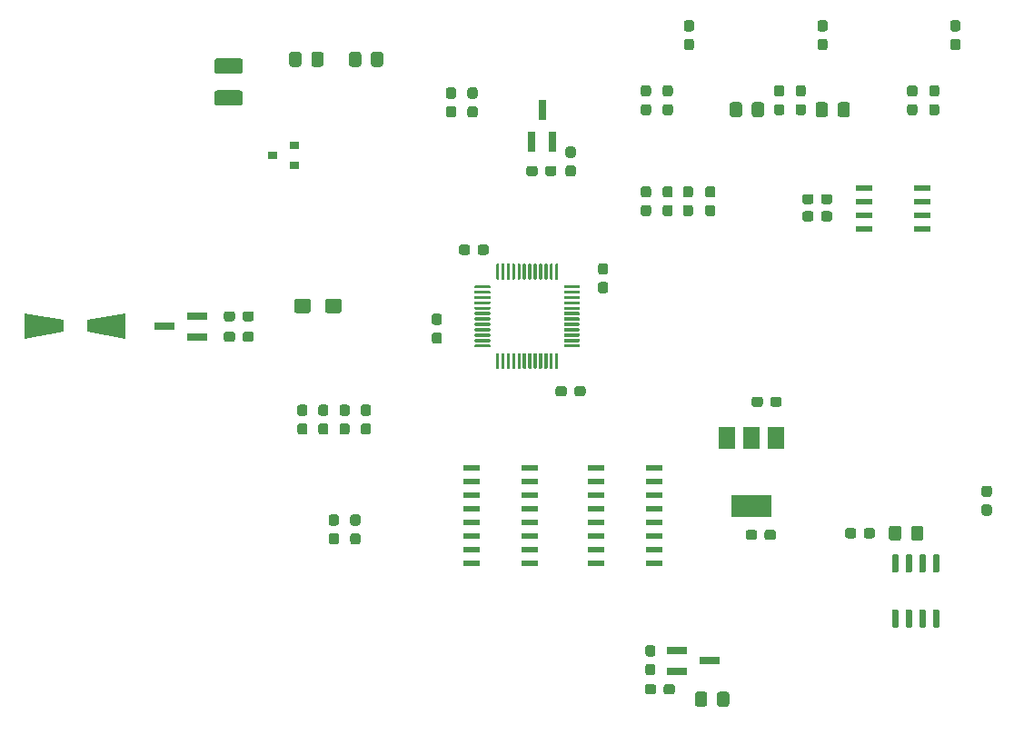
<source format=gbr>
%TF.GenerationSoftware,KiCad,Pcbnew,5.1.10*%
%TF.CreationDate,2021-08-09T17:29:30+03:00*%
%TF.ProjectId,stm32,73746d33-322e-46b6-9963-61645f706362,rev?*%
%TF.SameCoordinates,Original*%
%TF.FileFunction,Paste,Top*%
%TF.FilePolarity,Positive*%
%FSLAX46Y46*%
G04 Gerber Fmt 4.6, Leading zero omitted, Abs format (unit mm)*
G04 Created by KiCad (PCBNEW 5.1.10) date 2021-08-09 17:29:30*
%MOMM*%
%LPD*%
G01*
G04 APERTURE LIST*
%ADD10R,1.500000X0.600000*%
%ADD11C,0.100000*%
%ADD12R,1.550000X0.600000*%
%ADD13R,0.900000X0.800000*%
%ADD14R,1.900000X0.800000*%
%ADD15R,0.800000X1.900000*%
%ADD16R,3.800000X2.000000*%
%ADD17R,1.500000X2.000000*%
G04 APERTURE END LIST*
D10*
%TO.C,U5*%
X121361200Y-111937800D03*
X121361200Y-113207800D03*
X121361200Y-114477800D03*
X121361200Y-115747800D03*
X121361200Y-117017800D03*
X121361200Y-118287800D03*
X121361200Y-119557800D03*
X121361200Y-120827800D03*
X115961200Y-120827800D03*
X115961200Y-119557800D03*
X115961200Y-118287800D03*
X115961200Y-117017800D03*
X115961200Y-115747800D03*
X115961200Y-114477800D03*
X115961200Y-113207800D03*
X115961200Y-111937800D03*
%TD*%
%TO.C,C1*%
G36*
G01*
X94947000Y-74287801D02*
X94947000Y-73387799D01*
G75*
G02*
X95196999Y-73137800I249999J0D01*
G01*
X95847001Y-73137800D01*
G75*
G02*
X96097000Y-73387799I0J-249999D01*
G01*
X96097000Y-74287801D01*
G75*
G02*
X95847001Y-74537800I-249999J0D01*
G01*
X95196999Y-74537800D01*
G75*
G02*
X94947000Y-74287801I0J249999D01*
G01*
G37*
G36*
G01*
X92897000Y-74287801D02*
X92897000Y-73387799D01*
G75*
G02*
X93146999Y-73137800I249999J0D01*
G01*
X93797001Y-73137800D01*
G75*
G02*
X94047000Y-73387799I0J-249999D01*
G01*
X94047000Y-74287801D01*
G75*
G02*
X93797001Y-74537800I-249999J0D01*
G01*
X93146999Y-74537800D01*
G75*
G02*
X92897000Y-74287801I0J249999D01*
G01*
G37*
%TD*%
%TO.C,C5*%
G36*
G01*
X105935000Y-91354900D02*
X105935000Y-91829900D01*
G75*
G02*
X105697500Y-92067400I-237500J0D01*
G01*
X105122500Y-92067400D01*
G75*
G02*
X104885000Y-91829900I0J237500D01*
G01*
X104885000Y-91354900D01*
G75*
G02*
X105122500Y-91117400I237500J0D01*
G01*
X105697500Y-91117400D01*
G75*
G02*
X105935000Y-91354900I0J-237500D01*
G01*
G37*
G36*
G01*
X104185000Y-91354900D02*
X104185000Y-91829900D01*
G75*
G02*
X103947500Y-92067400I-237500J0D01*
G01*
X103372500Y-92067400D01*
G75*
G02*
X103135000Y-91829900I0J237500D01*
G01*
X103135000Y-91354900D01*
G75*
G02*
X103372500Y-91117400I237500J0D01*
G01*
X103947500Y-91117400D01*
G75*
G02*
X104185000Y-91354900I0J-237500D01*
G01*
G37*
%TD*%
%TO.C,C6*%
G36*
G01*
X116823500Y-93898000D02*
X116348500Y-93898000D01*
G75*
G02*
X116111000Y-93660500I0J237500D01*
G01*
X116111000Y-93085500D01*
G75*
G02*
X116348500Y-92848000I237500J0D01*
G01*
X116823500Y-92848000D01*
G75*
G02*
X117061000Y-93085500I0J-237500D01*
G01*
X117061000Y-93660500D01*
G75*
G02*
X116823500Y-93898000I-237500J0D01*
G01*
G37*
G36*
G01*
X116823500Y-95648000D02*
X116348500Y-95648000D01*
G75*
G02*
X116111000Y-95410500I0J237500D01*
G01*
X116111000Y-94835500D01*
G75*
G02*
X116348500Y-94598000I237500J0D01*
G01*
X116823500Y-94598000D01*
G75*
G02*
X117061000Y-94835500I0J-237500D01*
G01*
X117061000Y-95410500D01*
G75*
G02*
X116823500Y-95648000I-237500J0D01*
G01*
G37*
%TD*%
%TO.C,C7*%
G36*
G01*
X112152000Y-105012500D02*
X112152000Y-104537500D01*
G75*
G02*
X112389500Y-104300000I237500J0D01*
G01*
X112964500Y-104300000D01*
G75*
G02*
X113202000Y-104537500I0J-237500D01*
G01*
X113202000Y-105012500D01*
G75*
G02*
X112964500Y-105250000I-237500J0D01*
G01*
X112389500Y-105250000D01*
G75*
G02*
X112152000Y-105012500I0J237500D01*
G01*
G37*
G36*
G01*
X113902000Y-105012500D02*
X113902000Y-104537500D01*
G75*
G02*
X114139500Y-104300000I237500J0D01*
G01*
X114714500Y-104300000D01*
G75*
G02*
X114952000Y-104537500I0J-237500D01*
G01*
X114952000Y-105012500D01*
G75*
G02*
X114714500Y-105250000I-237500J0D01*
G01*
X114139500Y-105250000D01*
G75*
G02*
X113902000Y-105012500I0J237500D01*
G01*
G37*
%TD*%
%TO.C,C4*%
G36*
G01*
X87334400Y-74287801D02*
X87334400Y-73387799D01*
G75*
G02*
X87584399Y-73137800I249999J0D01*
G01*
X88234401Y-73137800D01*
G75*
G02*
X88484400Y-73387799I0J-249999D01*
G01*
X88484400Y-74287801D01*
G75*
G02*
X88234401Y-74537800I-249999J0D01*
G01*
X87584399Y-74537800D01*
G75*
G02*
X87334400Y-74287801I0J249999D01*
G01*
G37*
G36*
G01*
X89384400Y-74287801D02*
X89384400Y-73387799D01*
G75*
G02*
X89634399Y-73137800I249999J0D01*
G01*
X90284401Y-73137800D01*
G75*
G02*
X90534400Y-73387799I0J-249999D01*
G01*
X90534400Y-74287801D01*
G75*
G02*
X90284401Y-74537800I-249999J0D01*
G01*
X89634399Y-74537800D01*
G75*
G02*
X89384400Y-74287801I0J249999D01*
G01*
G37*
%TD*%
%TO.C,C8*%
G36*
G01*
X100854500Y-99297000D02*
X101329500Y-99297000D01*
G75*
G02*
X101567000Y-99534500I0J-237500D01*
G01*
X101567000Y-100109500D01*
G75*
G02*
X101329500Y-100347000I-237500J0D01*
G01*
X100854500Y-100347000D01*
G75*
G02*
X100617000Y-100109500I0J237500D01*
G01*
X100617000Y-99534500D01*
G75*
G02*
X100854500Y-99297000I237500J0D01*
G01*
G37*
G36*
G01*
X100854500Y-97547000D02*
X101329500Y-97547000D01*
G75*
G02*
X101567000Y-97784500I0J-237500D01*
G01*
X101567000Y-98359500D01*
G75*
G02*
X101329500Y-98597000I-237500J0D01*
G01*
X100854500Y-98597000D01*
G75*
G02*
X100617000Y-98359500I0J237500D01*
G01*
X100617000Y-97784500D01*
G75*
G02*
X100854500Y-97547000I237500J0D01*
G01*
G37*
%TD*%
%TO.C,C9*%
G36*
G01*
X152086300Y-115321800D02*
X152561300Y-115321800D01*
G75*
G02*
X152798800Y-115559300I0J-237500D01*
G01*
X152798800Y-116134300D01*
G75*
G02*
X152561300Y-116371800I-237500J0D01*
G01*
X152086300Y-116371800D01*
G75*
G02*
X151848800Y-116134300I0J237500D01*
G01*
X151848800Y-115559300D01*
G75*
G02*
X152086300Y-115321800I237500J0D01*
G01*
G37*
G36*
G01*
X152086300Y-113571800D02*
X152561300Y-113571800D01*
G75*
G02*
X152798800Y-113809300I0J-237500D01*
G01*
X152798800Y-114384300D01*
G75*
G02*
X152561300Y-114621800I-237500J0D01*
G01*
X152086300Y-114621800D01*
G75*
G02*
X151848800Y-114384300I0J237500D01*
G01*
X151848800Y-113809300D01*
G75*
G02*
X152086300Y-113571800I237500J0D01*
G01*
G37*
%TD*%
%TO.C,C11*%
G36*
G01*
X130414600Y-106003100D02*
X130414600Y-105528100D01*
G75*
G02*
X130652100Y-105290600I237500J0D01*
G01*
X131227100Y-105290600D01*
G75*
G02*
X131464600Y-105528100I0J-237500D01*
G01*
X131464600Y-106003100D01*
G75*
G02*
X131227100Y-106240600I-237500J0D01*
G01*
X130652100Y-106240600D01*
G75*
G02*
X130414600Y-106003100I0J237500D01*
G01*
G37*
G36*
G01*
X132164600Y-106003100D02*
X132164600Y-105528100D01*
G75*
G02*
X132402100Y-105290600I237500J0D01*
G01*
X132977100Y-105290600D01*
G75*
G02*
X133214600Y-105528100I0J-237500D01*
G01*
X133214600Y-106003100D01*
G75*
G02*
X132977100Y-106240600I-237500J0D01*
G01*
X132402100Y-106240600D01*
G75*
G02*
X132164600Y-106003100I0J237500D01*
G01*
G37*
%TD*%
%TO.C,C12*%
G36*
G01*
X87782300Y-97249801D02*
X87782300Y-96399799D01*
G75*
G02*
X88032299Y-96149800I249999J0D01*
G01*
X89107301Y-96149800D01*
G75*
G02*
X89357300Y-96399799I0J-249999D01*
G01*
X89357300Y-97249801D01*
G75*
G02*
X89107301Y-97499800I-249999J0D01*
G01*
X88032299Y-97499800D01*
G75*
G02*
X87782300Y-97249801I0J249999D01*
G01*
G37*
G36*
G01*
X90657300Y-97249801D02*
X90657300Y-96399799D01*
G75*
G02*
X90907299Y-96149800I249999J0D01*
G01*
X91982301Y-96149800D01*
G75*
G02*
X92232300Y-96399799I0J-249999D01*
G01*
X92232300Y-97249801D01*
G75*
G02*
X91982301Y-97499800I-249999J0D01*
G01*
X90907299Y-97499800D01*
G75*
G02*
X90657300Y-97249801I0J249999D01*
G01*
G37*
%TD*%
%TO.C,C15*%
G36*
G01*
X129881200Y-118398300D02*
X129881200Y-117923300D01*
G75*
G02*
X130118700Y-117685800I237500J0D01*
G01*
X130693700Y-117685800D01*
G75*
G02*
X130931200Y-117923300I0J-237500D01*
G01*
X130931200Y-118398300D01*
G75*
G02*
X130693700Y-118635800I-237500J0D01*
G01*
X130118700Y-118635800D01*
G75*
G02*
X129881200Y-118398300I0J237500D01*
G01*
G37*
G36*
G01*
X131631200Y-118398300D02*
X131631200Y-117923300D01*
G75*
G02*
X131868700Y-117685800I237500J0D01*
G01*
X132443700Y-117685800D01*
G75*
G02*
X132681200Y-117923300I0J-237500D01*
G01*
X132681200Y-118398300D01*
G75*
G02*
X132443700Y-118635800I-237500J0D01*
G01*
X131868700Y-118635800D01*
G75*
G02*
X131631200Y-118398300I0J237500D01*
G01*
G37*
%TD*%
D11*
%TO.C,D10*%
G36*
X62707200Y-99854400D02*
G01*
X62707200Y-97554400D01*
X66307200Y-98154400D01*
X66307200Y-99254400D01*
X62707200Y-99854400D01*
G37*
G36*
X72107200Y-97554400D02*
G01*
X72107200Y-99854400D01*
X68507200Y-99254400D01*
X68507200Y-98154400D01*
X72107200Y-97554400D01*
G37*
%TD*%
D12*
%TO.C,D9*%
X146337000Y-89636600D03*
X146337000Y-88366600D03*
X146337000Y-87096600D03*
X146337000Y-85826600D03*
X140937000Y-85826600D03*
X140937000Y-87096600D03*
X140937000Y-88366600D03*
X140937000Y-89636600D03*
%TD*%
%TO.C,D11*%
G36*
G01*
X146421800Y-117558399D02*
X146421800Y-118458401D01*
G75*
G02*
X146171801Y-118708400I-249999J0D01*
G01*
X145521799Y-118708400D01*
G75*
G02*
X145271800Y-118458401I0J249999D01*
G01*
X145271800Y-117558399D01*
G75*
G02*
X145521799Y-117308400I249999J0D01*
G01*
X146171801Y-117308400D01*
G75*
G02*
X146421800Y-117558399I0J-249999D01*
G01*
G37*
G36*
G01*
X144371800Y-117558399D02*
X144371800Y-118458401D01*
G75*
G02*
X144121801Y-118708400I-249999J0D01*
G01*
X143471799Y-118708400D01*
G75*
G02*
X143221800Y-118458401I0J249999D01*
G01*
X143221800Y-117558399D01*
G75*
G02*
X143471799Y-117308400I249999J0D01*
G01*
X144121801Y-117308400D01*
G75*
G02*
X144371800Y-117558399I0J-249999D01*
G01*
G37*
%TD*%
%TO.C,Q5*%
G36*
G01*
X147449400Y-119933600D02*
X147749400Y-119933600D01*
G75*
G02*
X147899400Y-120083600I0J-150000D01*
G01*
X147899400Y-121533600D01*
G75*
G02*
X147749400Y-121683600I-150000J0D01*
G01*
X147449400Y-121683600D01*
G75*
G02*
X147299400Y-121533600I0J150000D01*
G01*
X147299400Y-120083600D01*
G75*
G02*
X147449400Y-119933600I150000J0D01*
G01*
G37*
G36*
G01*
X146179400Y-119933600D02*
X146479400Y-119933600D01*
G75*
G02*
X146629400Y-120083600I0J-150000D01*
G01*
X146629400Y-121533600D01*
G75*
G02*
X146479400Y-121683600I-150000J0D01*
G01*
X146179400Y-121683600D01*
G75*
G02*
X146029400Y-121533600I0J150000D01*
G01*
X146029400Y-120083600D01*
G75*
G02*
X146179400Y-119933600I150000J0D01*
G01*
G37*
G36*
G01*
X144909400Y-119933600D02*
X145209400Y-119933600D01*
G75*
G02*
X145359400Y-120083600I0J-150000D01*
G01*
X145359400Y-121533600D01*
G75*
G02*
X145209400Y-121683600I-150000J0D01*
G01*
X144909400Y-121683600D01*
G75*
G02*
X144759400Y-121533600I0J150000D01*
G01*
X144759400Y-120083600D01*
G75*
G02*
X144909400Y-119933600I150000J0D01*
G01*
G37*
G36*
G01*
X143639400Y-119933600D02*
X143939400Y-119933600D01*
G75*
G02*
X144089400Y-120083600I0J-150000D01*
G01*
X144089400Y-121533600D01*
G75*
G02*
X143939400Y-121683600I-150000J0D01*
G01*
X143639400Y-121683600D01*
G75*
G02*
X143489400Y-121533600I0J150000D01*
G01*
X143489400Y-120083600D01*
G75*
G02*
X143639400Y-119933600I150000J0D01*
G01*
G37*
G36*
G01*
X143639400Y-125083600D02*
X143939400Y-125083600D01*
G75*
G02*
X144089400Y-125233600I0J-150000D01*
G01*
X144089400Y-126683600D01*
G75*
G02*
X143939400Y-126833600I-150000J0D01*
G01*
X143639400Y-126833600D01*
G75*
G02*
X143489400Y-126683600I0J150000D01*
G01*
X143489400Y-125233600D01*
G75*
G02*
X143639400Y-125083600I150000J0D01*
G01*
G37*
G36*
G01*
X144909400Y-125083600D02*
X145209400Y-125083600D01*
G75*
G02*
X145359400Y-125233600I0J-150000D01*
G01*
X145359400Y-126683600D01*
G75*
G02*
X145209400Y-126833600I-150000J0D01*
G01*
X144909400Y-126833600D01*
G75*
G02*
X144759400Y-126683600I0J150000D01*
G01*
X144759400Y-125233600D01*
G75*
G02*
X144909400Y-125083600I150000J0D01*
G01*
G37*
G36*
G01*
X146179400Y-125083600D02*
X146479400Y-125083600D01*
G75*
G02*
X146629400Y-125233600I0J-150000D01*
G01*
X146629400Y-126683600D01*
G75*
G02*
X146479400Y-126833600I-150000J0D01*
G01*
X146179400Y-126833600D01*
G75*
G02*
X146029400Y-126683600I0J150000D01*
G01*
X146029400Y-125233600D01*
G75*
G02*
X146179400Y-125083600I150000J0D01*
G01*
G37*
G36*
G01*
X147449400Y-125083600D02*
X147749400Y-125083600D01*
G75*
G02*
X147899400Y-125233600I0J-150000D01*
G01*
X147899400Y-126683600D01*
G75*
G02*
X147749400Y-126833600I-150000J0D01*
G01*
X147449400Y-126833600D01*
G75*
G02*
X147299400Y-126683600I0J150000D01*
G01*
X147299400Y-125233600D01*
G75*
G02*
X147449400Y-125083600I150000J0D01*
G01*
G37*
%TD*%
%TO.C,R2*%
G36*
G01*
X93734900Y-119051500D02*
X93259900Y-119051500D01*
G75*
G02*
X93022400Y-118814000I0J237500D01*
G01*
X93022400Y-118239000D01*
G75*
G02*
X93259900Y-118001500I237500J0D01*
G01*
X93734900Y-118001500D01*
G75*
G02*
X93972400Y-118239000I0J-237500D01*
G01*
X93972400Y-118814000D01*
G75*
G02*
X93734900Y-119051500I-237500J0D01*
G01*
G37*
G36*
G01*
X93734900Y-117301500D02*
X93259900Y-117301500D01*
G75*
G02*
X93022400Y-117064000I0J237500D01*
G01*
X93022400Y-116489000D01*
G75*
G02*
X93259900Y-116251500I237500J0D01*
G01*
X93734900Y-116251500D01*
G75*
G02*
X93972400Y-116489000I0J-237500D01*
G01*
X93972400Y-117064000D01*
G75*
G02*
X93734900Y-117301500I-237500J0D01*
G01*
G37*
%TD*%
%TO.C,R14*%
G36*
G01*
X102175300Y-78212400D02*
X102650300Y-78212400D01*
G75*
G02*
X102887800Y-78449900I0J-237500D01*
G01*
X102887800Y-79024900D01*
G75*
G02*
X102650300Y-79262400I-237500J0D01*
G01*
X102175300Y-79262400D01*
G75*
G02*
X101937800Y-79024900I0J237500D01*
G01*
X101937800Y-78449900D01*
G75*
G02*
X102175300Y-78212400I237500J0D01*
G01*
G37*
G36*
G01*
X102175300Y-76462400D02*
X102650300Y-76462400D01*
G75*
G02*
X102887800Y-76699900I0J-237500D01*
G01*
X102887800Y-77274900D01*
G75*
G02*
X102650300Y-77512400I-237500J0D01*
G01*
X102175300Y-77512400D01*
G75*
G02*
X101937800Y-77274900I0J237500D01*
G01*
X101937800Y-76699900D01*
G75*
G02*
X102175300Y-76462400I237500J0D01*
G01*
G37*
%TD*%
%TO.C,R15*%
G36*
G01*
X104181900Y-76462400D02*
X104656900Y-76462400D01*
G75*
G02*
X104894400Y-76699900I0J-237500D01*
G01*
X104894400Y-77274900D01*
G75*
G02*
X104656900Y-77512400I-237500J0D01*
G01*
X104181900Y-77512400D01*
G75*
G02*
X103944400Y-77274900I0J237500D01*
G01*
X103944400Y-76699900D01*
G75*
G02*
X104181900Y-76462400I237500J0D01*
G01*
G37*
G36*
G01*
X104181900Y-78212400D02*
X104656900Y-78212400D01*
G75*
G02*
X104894400Y-78449900I0J-237500D01*
G01*
X104894400Y-79024900D01*
G75*
G02*
X104656900Y-79262400I-237500J0D01*
G01*
X104181900Y-79262400D01*
G75*
G02*
X103944400Y-79024900I0J237500D01*
G01*
X103944400Y-78449900D01*
G75*
G02*
X104181900Y-78212400I237500J0D01*
G01*
G37*
%TD*%
%TO.C,R20*%
G36*
G01*
X82987600Y-98027500D02*
X82987600Y-97552500D01*
G75*
G02*
X83225100Y-97315000I237500J0D01*
G01*
X83800100Y-97315000D01*
G75*
G02*
X84037600Y-97552500I0J-237500D01*
G01*
X84037600Y-98027500D01*
G75*
G02*
X83800100Y-98265000I-237500J0D01*
G01*
X83225100Y-98265000D01*
G75*
G02*
X82987600Y-98027500I0J237500D01*
G01*
G37*
G36*
G01*
X81237600Y-98027500D02*
X81237600Y-97552500D01*
G75*
G02*
X81475100Y-97315000I237500J0D01*
G01*
X82050100Y-97315000D01*
G75*
G02*
X82287600Y-97552500I0J-237500D01*
G01*
X82287600Y-98027500D01*
G75*
G02*
X82050100Y-98265000I-237500J0D01*
G01*
X81475100Y-98265000D01*
G75*
G02*
X81237600Y-98027500I0J237500D01*
G01*
G37*
%TD*%
%TO.C,R21*%
G36*
G01*
X81237600Y-99932500D02*
X81237600Y-99457500D01*
G75*
G02*
X81475100Y-99220000I237500J0D01*
G01*
X82050100Y-99220000D01*
G75*
G02*
X82287600Y-99457500I0J-237500D01*
G01*
X82287600Y-99932500D01*
G75*
G02*
X82050100Y-100170000I-237500J0D01*
G01*
X81475100Y-100170000D01*
G75*
G02*
X81237600Y-99932500I0J237500D01*
G01*
G37*
G36*
G01*
X82987600Y-99932500D02*
X82987600Y-99457500D01*
G75*
G02*
X83225100Y-99220000I237500J0D01*
G01*
X83800100Y-99220000D01*
G75*
G02*
X84037600Y-99457500I0J-237500D01*
G01*
X84037600Y-99932500D01*
G75*
G02*
X83800100Y-100170000I-237500J0D01*
G01*
X83225100Y-100170000D01*
G75*
G02*
X82987600Y-99932500I0J237500D01*
G01*
G37*
%TD*%
%TO.C,R30*%
G36*
G01*
X137939000Y-88230700D02*
X137939000Y-88705700D01*
G75*
G02*
X137701500Y-88943200I-237500J0D01*
G01*
X137126500Y-88943200D01*
G75*
G02*
X136889000Y-88705700I0J237500D01*
G01*
X136889000Y-88230700D01*
G75*
G02*
X137126500Y-87993200I237500J0D01*
G01*
X137701500Y-87993200D01*
G75*
G02*
X137939000Y-88230700I0J-237500D01*
G01*
G37*
G36*
G01*
X136189000Y-88230700D02*
X136189000Y-88705700D01*
G75*
G02*
X135951500Y-88943200I-237500J0D01*
G01*
X135376500Y-88943200D01*
G75*
G02*
X135139000Y-88705700I0J237500D01*
G01*
X135139000Y-88230700D01*
G75*
G02*
X135376500Y-87993200I237500J0D01*
G01*
X135951500Y-87993200D01*
G75*
G02*
X136189000Y-88230700I0J-237500D01*
G01*
G37*
%TD*%
%TO.C,R31*%
G36*
G01*
X137939000Y-86630500D02*
X137939000Y-87105500D01*
G75*
G02*
X137701500Y-87343000I-237500J0D01*
G01*
X137126500Y-87343000D01*
G75*
G02*
X136889000Y-87105500I0J237500D01*
G01*
X136889000Y-86630500D01*
G75*
G02*
X137126500Y-86393000I237500J0D01*
G01*
X137701500Y-86393000D01*
G75*
G02*
X137939000Y-86630500I0J-237500D01*
G01*
G37*
G36*
G01*
X136189000Y-86630500D02*
X136189000Y-87105500D01*
G75*
G02*
X135951500Y-87343000I-237500J0D01*
G01*
X135376500Y-87343000D01*
G75*
G02*
X135139000Y-87105500I0J237500D01*
G01*
X135139000Y-86630500D01*
G75*
G02*
X135376500Y-86393000I237500J0D01*
G01*
X135951500Y-86393000D01*
G75*
G02*
X136189000Y-86630500I0J-237500D01*
G01*
G37*
%TD*%
%TO.C,R19*%
G36*
G01*
X82761400Y-78157100D02*
X80611400Y-78157100D01*
G75*
G02*
X80361400Y-77907100I0J250000D01*
G01*
X80361400Y-76982100D01*
G75*
G02*
X80611400Y-76732100I250000J0D01*
G01*
X82761400Y-76732100D01*
G75*
G02*
X83011400Y-76982100I0J-250000D01*
G01*
X83011400Y-77907100D01*
G75*
G02*
X82761400Y-78157100I-250000J0D01*
G01*
G37*
G36*
G01*
X82761400Y-75182100D02*
X80611400Y-75182100D01*
G75*
G02*
X80361400Y-74932100I0J250000D01*
G01*
X80361400Y-74007100D01*
G75*
G02*
X80611400Y-73757100I250000J0D01*
G01*
X82761400Y-73757100D01*
G75*
G02*
X83011400Y-74007100I0J-250000D01*
G01*
X83011400Y-74932100D01*
G75*
G02*
X82761400Y-75182100I-250000J0D01*
G01*
G37*
%TD*%
%TO.C,R1*%
G36*
G01*
X91728300Y-117301500D02*
X91253300Y-117301500D01*
G75*
G02*
X91015800Y-117064000I0J237500D01*
G01*
X91015800Y-116489000D01*
G75*
G02*
X91253300Y-116251500I237500J0D01*
G01*
X91728300Y-116251500D01*
G75*
G02*
X91965800Y-116489000I0J-237500D01*
G01*
X91965800Y-117064000D01*
G75*
G02*
X91728300Y-117301500I-237500J0D01*
G01*
G37*
G36*
G01*
X91728300Y-119051500D02*
X91253300Y-119051500D01*
G75*
G02*
X91015800Y-118814000I0J237500D01*
G01*
X91015800Y-118239000D01*
G75*
G02*
X91253300Y-118001500I237500J0D01*
G01*
X91728300Y-118001500D01*
G75*
G02*
X91965800Y-118239000I0J-237500D01*
G01*
X91965800Y-118814000D01*
G75*
G02*
X91728300Y-119051500I-237500J0D01*
G01*
G37*
%TD*%
%TO.C,R34*%
G36*
G01*
X140174200Y-117770900D02*
X140174200Y-118245900D01*
G75*
G02*
X139936700Y-118483400I-237500J0D01*
G01*
X139361700Y-118483400D01*
G75*
G02*
X139124200Y-118245900I0J237500D01*
G01*
X139124200Y-117770900D01*
G75*
G02*
X139361700Y-117533400I237500J0D01*
G01*
X139936700Y-117533400D01*
G75*
G02*
X140174200Y-117770900I0J-237500D01*
G01*
G37*
G36*
G01*
X141924200Y-117770900D02*
X141924200Y-118245900D01*
G75*
G02*
X141686700Y-118483400I-237500J0D01*
G01*
X141111700Y-118483400D01*
G75*
G02*
X140874200Y-118245900I0J237500D01*
G01*
X140874200Y-117770900D01*
G75*
G02*
X141111700Y-117533400I237500J0D01*
G01*
X141686700Y-117533400D01*
G75*
G02*
X141924200Y-117770900I0J-237500D01*
G01*
G37*
%TD*%
%TO.C,R16*%
G36*
G01*
X120755400Y-130193500D02*
X121230400Y-130193500D01*
G75*
G02*
X121467900Y-130431000I0J-237500D01*
G01*
X121467900Y-131006000D01*
G75*
G02*
X121230400Y-131243500I-237500J0D01*
G01*
X120755400Y-131243500D01*
G75*
G02*
X120517900Y-131006000I0J237500D01*
G01*
X120517900Y-130431000D01*
G75*
G02*
X120755400Y-130193500I237500J0D01*
G01*
G37*
G36*
G01*
X120755400Y-128443500D02*
X121230400Y-128443500D01*
G75*
G02*
X121467900Y-128681000I0J-237500D01*
G01*
X121467900Y-129256000D01*
G75*
G02*
X121230400Y-129493500I-237500J0D01*
G01*
X120755400Y-129493500D01*
G75*
G02*
X120517900Y-129256000I0J237500D01*
G01*
X120517900Y-128681000D01*
G75*
G02*
X120755400Y-128443500I237500J0D01*
G01*
G37*
%TD*%
%TO.C,R18*%
G36*
G01*
X122220500Y-132787400D02*
X122220500Y-132312400D01*
G75*
G02*
X122458000Y-132074900I237500J0D01*
G01*
X123033000Y-132074900D01*
G75*
G02*
X123270500Y-132312400I0J-237500D01*
G01*
X123270500Y-132787400D01*
G75*
G02*
X123033000Y-133024900I-237500J0D01*
G01*
X122458000Y-133024900D01*
G75*
G02*
X122220500Y-132787400I0J237500D01*
G01*
G37*
G36*
G01*
X120470500Y-132787400D02*
X120470500Y-132312400D01*
G75*
G02*
X120708000Y-132074900I237500J0D01*
G01*
X121283000Y-132074900D01*
G75*
G02*
X121520500Y-132312400I0J-237500D01*
G01*
X121520500Y-132787400D01*
G75*
G02*
X121283000Y-133024900I-237500J0D01*
G01*
X120708000Y-133024900D01*
G75*
G02*
X120470500Y-132787400I0J237500D01*
G01*
G37*
%TD*%
D10*
%TO.C,U4*%
X104328000Y-111937800D03*
X104328000Y-113207800D03*
X104328000Y-114477800D03*
X104328000Y-115747800D03*
X104328000Y-117017800D03*
X104328000Y-118287800D03*
X104328000Y-119557800D03*
X104328000Y-120827800D03*
X109728000Y-120827800D03*
X109728000Y-119557800D03*
X109728000Y-118287800D03*
X109728000Y-117017800D03*
X109728000Y-115747800D03*
X109728000Y-114477800D03*
X109728000Y-113207800D03*
X109728000Y-111937800D03*
%TD*%
%TO.C,U2*%
G36*
G01*
X104602500Y-95119000D02*
X104602500Y-94969000D01*
G75*
G02*
X104677500Y-94894000I75000J0D01*
G01*
X106002500Y-94894000D01*
G75*
G02*
X106077500Y-94969000I0J-75000D01*
G01*
X106077500Y-95119000D01*
G75*
G02*
X106002500Y-95194000I-75000J0D01*
G01*
X104677500Y-95194000D01*
G75*
G02*
X104602500Y-95119000I0J75000D01*
G01*
G37*
G36*
G01*
X104602500Y-95619000D02*
X104602500Y-95469000D01*
G75*
G02*
X104677500Y-95394000I75000J0D01*
G01*
X106002500Y-95394000D01*
G75*
G02*
X106077500Y-95469000I0J-75000D01*
G01*
X106077500Y-95619000D01*
G75*
G02*
X106002500Y-95694000I-75000J0D01*
G01*
X104677500Y-95694000D01*
G75*
G02*
X104602500Y-95619000I0J75000D01*
G01*
G37*
G36*
G01*
X104602500Y-96119000D02*
X104602500Y-95969000D01*
G75*
G02*
X104677500Y-95894000I75000J0D01*
G01*
X106002500Y-95894000D01*
G75*
G02*
X106077500Y-95969000I0J-75000D01*
G01*
X106077500Y-96119000D01*
G75*
G02*
X106002500Y-96194000I-75000J0D01*
G01*
X104677500Y-96194000D01*
G75*
G02*
X104602500Y-96119000I0J75000D01*
G01*
G37*
G36*
G01*
X104602500Y-96619000D02*
X104602500Y-96469000D01*
G75*
G02*
X104677500Y-96394000I75000J0D01*
G01*
X106002500Y-96394000D01*
G75*
G02*
X106077500Y-96469000I0J-75000D01*
G01*
X106077500Y-96619000D01*
G75*
G02*
X106002500Y-96694000I-75000J0D01*
G01*
X104677500Y-96694000D01*
G75*
G02*
X104602500Y-96619000I0J75000D01*
G01*
G37*
G36*
G01*
X104602500Y-97119000D02*
X104602500Y-96969000D01*
G75*
G02*
X104677500Y-96894000I75000J0D01*
G01*
X106002500Y-96894000D01*
G75*
G02*
X106077500Y-96969000I0J-75000D01*
G01*
X106077500Y-97119000D01*
G75*
G02*
X106002500Y-97194000I-75000J0D01*
G01*
X104677500Y-97194000D01*
G75*
G02*
X104602500Y-97119000I0J75000D01*
G01*
G37*
G36*
G01*
X104602500Y-97619000D02*
X104602500Y-97469000D01*
G75*
G02*
X104677500Y-97394000I75000J0D01*
G01*
X106002500Y-97394000D01*
G75*
G02*
X106077500Y-97469000I0J-75000D01*
G01*
X106077500Y-97619000D01*
G75*
G02*
X106002500Y-97694000I-75000J0D01*
G01*
X104677500Y-97694000D01*
G75*
G02*
X104602500Y-97619000I0J75000D01*
G01*
G37*
G36*
G01*
X104602500Y-98119000D02*
X104602500Y-97969000D01*
G75*
G02*
X104677500Y-97894000I75000J0D01*
G01*
X106002500Y-97894000D01*
G75*
G02*
X106077500Y-97969000I0J-75000D01*
G01*
X106077500Y-98119000D01*
G75*
G02*
X106002500Y-98194000I-75000J0D01*
G01*
X104677500Y-98194000D01*
G75*
G02*
X104602500Y-98119000I0J75000D01*
G01*
G37*
G36*
G01*
X104602500Y-98619000D02*
X104602500Y-98469000D01*
G75*
G02*
X104677500Y-98394000I75000J0D01*
G01*
X106002500Y-98394000D01*
G75*
G02*
X106077500Y-98469000I0J-75000D01*
G01*
X106077500Y-98619000D01*
G75*
G02*
X106002500Y-98694000I-75000J0D01*
G01*
X104677500Y-98694000D01*
G75*
G02*
X104602500Y-98619000I0J75000D01*
G01*
G37*
G36*
G01*
X104602500Y-99119000D02*
X104602500Y-98969000D01*
G75*
G02*
X104677500Y-98894000I75000J0D01*
G01*
X106002500Y-98894000D01*
G75*
G02*
X106077500Y-98969000I0J-75000D01*
G01*
X106077500Y-99119000D01*
G75*
G02*
X106002500Y-99194000I-75000J0D01*
G01*
X104677500Y-99194000D01*
G75*
G02*
X104602500Y-99119000I0J75000D01*
G01*
G37*
G36*
G01*
X104602500Y-99619000D02*
X104602500Y-99469000D01*
G75*
G02*
X104677500Y-99394000I75000J0D01*
G01*
X106002500Y-99394000D01*
G75*
G02*
X106077500Y-99469000I0J-75000D01*
G01*
X106077500Y-99619000D01*
G75*
G02*
X106002500Y-99694000I-75000J0D01*
G01*
X104677500Y-99694000D01*
G75*
G02*
X104602500Y-99619000I0J75000D01*
G01*
G37*
G36*
G01*
X104602500Y-100119000D02*
X104602500Y-99969000D01*
G75*
G02*
X104677500Y-99894000I75000J0D01*
G01*
X106002500Y-99894000D01*
G75*
G02*
X106077500Y-99969000I0J-75000D01*
G01*
X106077500Y-100119000D01*
G75*
G02*
X106002500Y-100194000I-75000J0D01*
G01*
X104677500Y-100194000D01*
G75*
G02*
X104602500Y-100119000I0J75000D01*
G01*
G37*
G36*
G01*
X104602500Y-100619000D02*
X104602500Y-100469000D01*
G75*
G02*
X104677500Y-100394000I75000J0D01*
G01*
X106002500Y-100394000D01*
G75*
G02*
X106077500Y-100469000I0J-75000D01*
G01*
X106077500Y-100619000D01*
G75*
G02*
X106002500Y-100694000I-75000J0D01*
G01*
X104677500Y-100694000D01*
G75*
G02*
X104602500Y-100619000I0J75000D01*
G01*
G37*
G36*
G01*
X106602500Y-102619000D02*
X106602500Y-101294000D01*
G75*
G02*
X106677500Y-101219000I75000J0D01*
G01*
X106827500Y-101219000D01*
G75*
G02*
X106902500Y-101294000I0J-75000D01*
G01*
X106902500Y-102619000D01*
G75*
G02*
X106827500Y-102694000I-75000J0D01*
G01*
X106677500Y-102694000D01*
G75*
G02*
X106602500Y-102619000I0J75000D01*
G01*
G37*
G36*
G01*
X107102500Y-102619000D02*
X107102500Y-101294000D01*
G75*
G02*
X107177500Y-101219000I75000J0D01*
G01*
X107327500Y-101219000D01*
G75*
G02*
X107402500Y-101294000I0J-75000D01*
G01*
X107402500Y-102619000D01*
G75*
G02*
X107327500Y-102694000I-75000J0D01*
G01*
X107177500Y-102694000D01*
G75*
G02*
X107102500Y-102619000I0J75000D01*
G01*
G37*
G36*
G01*
X107602500Y-102619000D02*
X107602500Y-101294000D01*
G75*
G02*
X107677500Y-101219000I75000J0D01*
G01*
X107827500Y-101219000D01*
G75*
G02*
X107902500Y-101294000I0J-75000D01*
G01*
X107902500Y-102619000D01*
G75*
G02*
X107827500Y-102694000I-75000J0D01*
G01*
X107677500Y-102694000D01*
G75*
G02*
X107602500Y-102619000I0J75000D01*
G01*
G37*
G36*
G01*
X108102500Y-102619000D02*
X108102500Y-101294000D01*
G75*
G02*
X108177500Y-101219000I75000J0D01*
G01*
X108327500Y-101219000D01*
G75*
G02*
X108402500Y-101294000I0J-75000D01*
G01*
X108402500Y-102619000D01*
G75*
G02*
X108327500Y-102694000I-75000J0D01*
G01*
X108177500Y-102694000D01*
G75*
G02*
X108102500Y-102619000I0J75000D01*
G01*
G37*
G36*
G01*
X108602500Y-102619000D02*
X108602500Y-101294000D01*
G75*
G02*
X108677500Y-101219000I75000J0D01*
G01*
X108827500Y-101219000D01*
G75*
G02*
X108902500Y-101294000I0J-75000D01*
G01*
X108902500Y-102619000D01*
G75*
G02*
X108827500Y-102694000I-75000J0D01*
G01*
X108677500Y-102694000D01*
G75*
G02*
X108602500Y-102619000I0J75000D01*
G01*
G37*
G36*
G01*
X109102500Y-102619000D02*
X109102500Y-101294000D01*
G75*
G02*
X109177500Y-101219000I75000J0D01*
G01*
X109327500Y-101219000D01*
G75*
G02*
X109402500Y-101294000I0J-75000D01*
G01*
X109402500Y-102619000D01*
G75*
G02*
X109327500Y-102694000I-75000J0D01*
G01*
X109177500Y-102694000D01*
G75*
G02*
X109102500Y-102619000I0J75000D01*
G01*
G37*
G36*
G01*
X109602500Y-102619000D02*
X109602500Y-101294000D01*
G75*
G02*
X109677500Y-101219000I75000J0D01*
G01*
X109827500Y-101219000D01*
G75*
G02*
X109902500Y-101294000I0J-75000D01*
G01*
X109902500Y-102619000D01*
G75*
G02*
X109827500Y-102694000I-75000J0D01*
G01*
X109677500Y-102694000D01*
G75*
G02*
X109602500Y-102619000I0J75000D01*
G01*
G37*
G36*
G01*
X110102500Y-102619000D02*
X110102500Y-101294000D01*
G75*
G02*
X110177500Y-101219000I75000J0D01*
G01*
X110327500Y-101219000D01*
G75*
G02*
X110402500Y-101294000I0J-75000D01*
G01*
X110402500Y-102619000D01*
G75*
G02*
X110327500Y-102694000I-75000J0D01*
G01*
X110177500Y-102694000D01*
G75*
G02*
X110102500Y-102619000I0J75000D01*
G01*
G37*
G36*
G01*
X110602500Y-102619000D02*
X110602500Y-101294000D01*
G75*
G02*
X110677500Y-101219000I75000J0D01*
G01*
X110827500Y-101219000D01*
G75*
G02*
X110902500Y-101294000I0J-75000D01*
G01*
X110902500Y-102619000D01*
G75*
G02*
X110827500Y-102694000I-75000J0D01*
G01*
X110677500Y-102694000D01*
G75*
G02*
X110602500Y-102619000I0J75000D01*
G01*
G37*
G36*
G01*
X111102500Y-102619000D02*
X111102500Y-101294000D01*
G75*
G02*
X111177500Y-101219000I75000J0D01*
G01*
X111327500Y-101219000D01*
G75*
G02*
X111402500Y-101294000I0J-75000D01*
G01*
X111402500Y-102619000D01*
G75*
G02*
X111327500Y-102694000I-75000J0D01*
G01*
X111177500Y-102694000D01*
G75*
G02*
X111102500Y-102619000I0J75000D01*
G01*
G37*
G36*
G01*
X111602500Y-102619000D02*
X111602500Y-101294000D01*
G75*
G02*
X111677500Y-101219000I75000J0D01*
G01*
X111827500Y-101219000D01*
G75*
G02*
X111902500Y-101294000I0J-75000D01*
G01*
X111902500Y-102619000D01*
G75*
G02*
X111827500Y-102694000I-75000J0D01*
G01*
X111677500Y-102694000D01*
G75*
G02*
X111602500Y-102619000I0J75000D01*
G01*
G37*
G36*
G01*
X112102500Y-102619000D02*
X112102500Y-101294000D01*
G75*
G02*
X112177500Y-101219000I75000J0D01*
G01*
X112327500Y-101219000D01*
G75*
G02*
X112402500Y-101294000I0J-75000D01*
G01*
X112402500Y-102619000D01*
G75*
G02*
X112327500Y-102694000I-75000J0D01*
G01*
X112177500Y-102694000D01*
G75*
G02*
X112102500Y-102619000I0J75000D01*
G01*
G37*
G36*
G01*
X112927500Y-100619000D02*
X112927500Y-100469000D01*
G75*
G02*
X113002500Y-100394000I75000J0D01*
G01*
X114327500Y-100394000D01*
G75*
G02*
X114402500Y-100469000I0J-75000D01*
G01*
X114402500Y-100619000D01*
G75*
G02*
X114327500Y-100694000I-75000J0D01*
G01*
X113002500Y-100694000D01*
G75*
G02*
X112927500Y-100619000I0J75000D01*
G01*
G37*
G36*
G01*
X112927500Y-100119000D02*
X112927500Y-99969000D01*
G75*
G02*
X113002500Y-99894000I75000J0D01*
G01*
X114327500Y-99894000D01*
G75*
G02*
X114402500Y-99969000I0J-75000D01*
G01*
X114402500Y-100119000D01*
G75*
G02*
X114327500Y-100194000I-75000J0D01*
G01*
X113002500Y-100194000D01*
G75*
G02*
X112927500Y-100119000I0J75000D01*
G01*
G37*
G36*
G01*
X112927500Y-99619000D02*
X112927500Y-99469000D01*
G75*
G02*
X113002500Y-99394000I75000J0D01*
G01*
X114327500Y-99394000D01*
G75*
G02*
X114402500Y-99469000I0J-75000D01*
G01*
X114402500Y-99619000D01*
G75*
G02*
X114327500Y-99694000I-75000J0D01*
G01*
X113002500Y-99694000D01*
G75*
G02*
X112927500Y-99619000I0J75000D01*
G01*
G37*
G36*
G01*
X112927500Y-99119000D02*
X112927500Y-98969000D01*
G75*
G02*
X113002500Y-98894000I75000J0D01*
G01*
X114327500Y-98894000D01*
G75*
G02*
X114402500Y-98969000I0J-75000D01*
G01*
X114402500Y-99119000D01*
G75*
G02*
X114327500Y-99194000I-75000J0D01*
G01*
X113002500Y-99194000D01*
G75*
G02*
X112927500Y-99119000I0J75000D01*
G01*
G37*
G36*
G01*
X112927500Y-98619000D02*
X112927500Y-98469000D01*
G75*
G02*
X113002500Y-98394000I75000J0D01*
G01*
X114327500Y-98394000D01*
G75*
G02*
X114402500Y-98469000I0J-75000D01*
G01*
X114402500Y-98619000D01*
G75*
G02*
X114327500Y-98694000I-75000J0D01*
G01*
X113002500Y-98694000D01*
G75*
G02*
X112927500Y-98619000I0J75000D01*
G01*
G37*
G36*
G01*
X112927500Y-98119000D02*
X112927500Y-97969000D01*
G75*
G02*
X113002500Y-97894000I75000J0D01*
G01*
X114327500Y-97894000D01*
G75*
G02*
X114402500Y-97969000I0J-75000D01*
G01*
X114402500Y-98119000D01*
G75*
G02*
X114327500Y-98194000I-75000J0D01*
G01*
X113002500Y-98194000D01*
G75*
G02*
X112927500Y-98119000I0J75000D01*
G01*
G37*
G36*
G01*
X112927500Y-97619000D02*
X112927500Y-97469000D01*
G75*
G02*
X113002500Y-97394000I75000J0D01*
G01*
X114327500Y-97394000D01*
G75*
G02*
X114402500Y-97469000I0J-75000D01*
G01*
X114402500Y-97619000D01*
G75*
G02*
X114327500Y-97694000I-75000J0D01*
G01*
X113002500Y-97694000D01*
G75*
G02*
X112927500Y-97619000I0J75000D01*
G01*
G37*
G36*
G01*
X112927500Y-97119000D02*
X112927500Y-96969000D01*
G75*
G02*
X113002500Y-96894000I75000J0D01*
G01*
X114327500Y-96894000D01*
G75*
G02*
X114402500Y-96969000I0J-75000D01*
G01*
X114402500Y-97119000D01*
G75*
G02*
X114327500Y-97194000I-75000J0D01*
G01*
X113002500Y-97194000D01*
G75*
G02*
X112927500Y-97119000I0J75000D01*
G01*
G37*
G36*
G01*
X112927500Y-96619000D02*
X112927500Y-96469000D01*
G75*
G02*
X113002500Y-96394000I75000J0D01*
G01*
X114327500Y-96394000D01*
G75*
G02*
X114402500Y-96469000I0J-75000D01*
G01*
X114402500Y-96619000D01*
G75*
G02*
X114327500Y-96694000I-75000J0D01*
G01*
X113002500Y-96694000D01*
G75*
G02*
X112927500Y-96619000I0J75000D01*
G01*
G37*
G36*
G01*
X112927500Y-96119000D02*
X112927500Y-95969000D01*
G75*
G02*
X113002500Y-95894000I75000J0D01*
G01*
X114327500Y-95894000D01*
G75*
G02*
X114402500Y-95969000I0J-75000D01*
G01*
X114402500Y-96119000D01*
G75*
G02*
X114327500Y-96194000I-75000J0D01*
G01*
X113002500Y-96194000D01*
G75*
G02*
X112927500Y-96119000I0J75000D01*
G01*
G37*
G36*
G01*
X112927500Y-95619000D02*
X112927500Y-95469000D01*
G75*
G02*
X113002500Y-95394000I75000J0D01*
G01*
X114327500Y-95394000D01*
G75*
G02*
X114402500Y-95469000I0J-75000D01*
G01*
X114402500Y-95619000D01*
G75*
G02*
X114327500Y-95694000I-75000J0D01*
G01*
X113002500Y-95694000D01*
G75*
G02*
X112927500Y-95619000I0J75000D01*
G01*
G37*
G36*
G01*
X112927500Y-95119000D02*
X112927500Y-94969000D01*
G75*
G02*
X113002500Y-94894000I75000J0D01*
G01*
X114327500Y-94894000D01*
G75*
G02*
X114402500Y-94969000I0J-75000D01*
G01*
X114402500Y-95119000D01*
G75*
G02*
X114327500Y-95194000I-75000J0D01*
G01*
X113002500Y-95194000D01*
G75*
G02*
X112927500Y-95119000I0J75000D01*
G01*
G37*
G36*
G01*
X112102500Y-94294000D02*
X112102500Y-92969000D01*
G75*
G02*
X112177500Y-92894000I75000J0D01*
G01*
X112327500Y-92894000D01*
G75*
G02*
X112402500Y-92969000I0J-75000D01*
G01*
X112402500Y-94294000D01*
G75*
G02*
X112327500Y-94369000I-75000J0D01*
G01*
X112177500Y-94369000D01*
G75*
G02*
X112102500Y-94294000I0J75000D01*
G01*
G37*
G36*
G01*
X111602500Y-94294000D02*
X111602500Y-92969000D01*
G75*
G02*
X111677500Y-92894000I75000J0D01*
G01*
X111827500Y-92894000D01*
G75*
G02*
X111902500Y-92969000I0J-75000D01*
G01*
X111902500Y-94294000D01*
G75*
G02*
X111827500Y-94369000I-75000J0D01*
G01*
X111677500Y-94369000D01*
G75*
G02*
X111602500Y-94294000I0J75000D01*
G01*
G37*
G36*
G01*
X111102500Y-94294000D02*
X111102500Y-92969000D01*
G75*
G02*
X111177500Y-92894000I75000J0D01*
G01*
X111327500Y-92894000D01*
G75*
G02*
X111402500Y-92969000I0J-75000D01*
G01*
X111402500Y-94294000D01*
G75*
G02*
X111327500Y-94369000I-75000J0D01*
G01*
X111177500Y-94369000D01*
G75*
G02*
X111102500Y-94294000I0J75000D01*
G01*
G37*
G36*
G01*
X110602500Y-94294000D02*
X110602500Y-92969000D01*
G75*
G02*
X110677500Y-92894000I75000J0D01*
G01*
X110827500Y-92894000D01*
G75*
G02*
X110902500Y-92969000I0J-75000D01*
G01*
X110902500Y-94294000D01*
G75*
G02*
X110827500Y-94369000I-75000J0D01*
G01*
X110677500Y-94369000D01*
G75*
G02*
X110602500Y-94294000I0J75000D01*
G01*
G37*
G36*
G01*
X110102500Y-94294000D02*
X110102500Y-92969000D01*
G75*
G02*
X110177500Y-92894000I75000J0D01*
G01*
X110327500Y-92894000D01*
G75*
G02*
X110402500Y-92969000I0J-75000D01*
G01*
X110402500Y-94294000D01*
G75*
G02*
X110327500Y-94369000I-75000J0D01*
G01*
X110177500Y-94369000D01*
G75*
G02*
X110102500Y-94294000I0J75000D01*
G01*
G37*
G36*
G01*
X109602500Y-94294000D02*
X109602500Y-92969000D01*
G75*
G02*
X109677500Y-92894000I75000J0D01*
G01*
X109827500Y-92894000D01*
G75*
G02*
X109902500Y-92969000I0J-75000D01*
G01*
X109902500Y-94294000D01*
G75*
G02*
X109827500Y-94369000I-75000J0D01*
G01*
X109677500Y-94369000D01*
G75*
G02*
X109602500Y-94294000I0J75000D01*
G01*
G37*
G36*
G01*
X109102500Y-94294000D02*
X109102500Y-92969000D01*
G75*
G02*
X109177500Y-92894000I75000J0D01*
G01*
X109327500Y-92894000D01*
G75*
G02*
X109402500Y-92969000I0J-75000D01*
G01*
X109402500Y-94294000D01*
G75*
G02*
X109327500Y-94369000I-75000J0D01*
G01*
X109177500Y-94369000D01*
G75*
G02*
X109102500Y-94294000I0J75000D01*
G01*
G37*
G36*
G01*
X108602500Y-94294000D02*
X108602500Y-92969000D01*
G75*
G02*
X108677500Y-92894000I75000J0D01*
G01*
X108827500Y-92894000D01*
G75*
G02*
X108902500Y-92969000I0J-75000D01*
G01*
X108902500Y-94294000D01*
G75*
G02*
X108827500Y-94369000I-75000J0D01*
G01*
X108677500Y-94369000D01*
G75*
G02*
X108602500Y-94294000I0J75000D01*
G01*
G37*
G36*
G01*
X108102500Y-94294000D02*
X108102500Y-92969000D01*
G75*
G02*
X108177500Y-92894000I75000J0D01*
G01*
X108327500Y-92894000D01*
G75*
G02*
X108402500Y-92969000I0J-75000D01*
G01*
X108402500Y-94294000D01*
G75*
G02*
X108327500Y-94369000I-75000J0D01*
G01*
X108177500Y-94369000D01*
G75*
G02*
X108102500Y-94294000I0J75000D01*
G01*
G37*
G36*
G01*
X107602500Y-94294000D02*
X107602500Y-92969000D01*
G75*
G02*
X107677500Y-92894000I75000J0D01*
G01*
X107827500Y-92894000D01*
G75*
G02*
X107902500Y-92969000I0J-75000D01*
G01*
X107902500Y-94294000D01*
G75*
G02*
X107827500Y-94369000I-75000J0D01*
G01*
X107677500Y-94369000D01*
G75*
G02*
X107602500Y-94294000I0J75000D01*
G01*
G37*
G36*
G01*
X107102500Y-94294000D02*
X107102500Y-92969000D01*
G75*
G02*
X107177500Y-92894000I75000J0D01*
G01*
X107327500Y-92894000D01*
G75*
G02*
X107402500Y-92969000I0J-75000D01*
G01*
X107402500Y-94294000D01*
G75*
G02*
X107327500Y-94369000I-75000J0D01*
G01*
X107177500Y-94369000D01*
G75*
G02*
X107102500Y-94294000I0J75000D01*
G01*
G37*
G36*
G01*
X106602500Y-94294000D02*
X106602500Y-92969000D01*
G75*
G02*
X106677500Y-92894000I75000J0D01*
G01*
X106827500Y-92894000D01*
G75*
G02*
X106902500Y-92969000I0J-75000D01*
G01*
X106902500Y-94294000D01*
G75*
G02*
X106827500Y-94369000I-75000J0D01*
G01*
X106677500Y-94369000D01*
G75*
G02*
X106602500Y-94294000I0J75000D01*
G01*
G37*
%TD*%
%TO.C,D2*%
G36*
G01*
X130430800Y-78986801D02*
X130430800Y-78086799D01*
G75*
G02*
X130680799Y-77836800I249999J0D01*
G01*
X131330801Y-77836800D01*
G75*
G02*
X131580800Y-78086799I0J-249999D01*
G01*
X131580800Y-78986801D01*
G75*
G02*
X131330801Y-79236800I-249999J0D01*
G01*
X130680799Y-79236800D01*
G75*
G02*
X130430800Y-78986801I0J249999D01*
G01*
G37*
G36*
G01*
X128380800Y-78986801D02*
X128380800Y-78086799D01*
G75*
G02*
X128630799Y-77836800I249999J0D01*
G01*
X129280801Y-77836800D01*
G75*
G02*
X129530800Y-78086799I0J-249999D01*
G01*
X129530800Y-78986801D01*
G75*
G02*
X129280801Y-79236800I-249999J0D01*
G01*
X128630799Y-79236800D01*
G75*
G02*
X128380800Y-78986801I0J249999D01*
G01*
G37*
%TD*%
%TO.C,D5*%
G36*
G01*
X139581800Y-78086799D02*
X139581800Y-78986801D01*
G75*
G02*
X139331801Y-79236800I-249999J0D01*
G01*
X138681799Y-79236800D01*
G75*
G02*
X138431800Y-78986801I0J249999D01*
G01*
X138431800Y-78086799D01*
G75*
G02*
X138681799Y-77836800I249999J0D01*
G01*
X139331801Y-77836800D01*
G75*
G02*
X139581800Y-78086799I0J-249999D01*
G01*
G37*
G36*
G01*
X137531800Y-78086799D02*
X137531800Y-78986801D01*
G75*
G02*
X137281801Y-79236800I-249999J0D01*
G01*
X136631799Y-79236800D01*
G75*
G02*
X136381800Y-78986801I0J249999D01*
G01*
X136381800Y-78086799D01*
G75*
G02*
X136631799Y-77836800I249999J0D01*
G01*
X137281801Y-77836800D01*
G75*
G02*
X137531800Y-78086799I0J-249999D01*
G01*
G37*
%TD*%
%TO.C,R4*%
G36*
G01*
X149165300Y-70191200D02*
X149640300Y-70191200D01*
G75*
G02*
X149877800Y-70428700I0J-237500D01*
G01*
X149877800Y-71003700D01*
G75*
G02*
X149640300Y-71241200I-237500J0D01*
G01*
X149165300Y-71241200D01*
G75*
G02*
X148927800Y-71003700I0J237500D01*
G01*
X148927800Y-70428700D01*
G75*
G02*
X149165300Y-70191200I237500J0D01*
G01*
G37*
G36*
G01*
X149165300Y-71941200D02*
X149640300Y-71941200D01*
G75*
G02*
X149877800Y-72178700I0J-237500D01*
G01*
X149877800Y-72753700D01*
G75*
G02*
X149640300Y-72991200I-237500J0D01*
G01*
X149165300Y-72991200D01*
G75*
G02*
X148927800Y-72753700I0J237500D01*
G01*
X148927800Y-72178700D01*
G75*
G02*
X149165300Y-71941200I237500J0D01*
G01*
G37*
%TD*%
%TO.C,R5*%
G36*
G01*
X147671800Y-77309200D02*
X147196800Y-77309200D01*
G75*
G02*
X146959300Y-77071700I0J237500D01*
G01*
X146959300Y-76496700D01*
G75*
G02*
X147196800Y-76259200I237500J0D01*
G01*
X147671800Y-76259200D01*
G75*
G02*
X147909300Y-76496700I0J-237500D01*
G01*
X147909300Y-77071700D01*
G75*
G02*
X147671800Y-77309200I-237500J0D01*
G01*
G37*
G36*
G01*
X147671800Y-79059200D02*
X147196800Y-79059200D01*
G75*
G02*
X146959300Y-78821700I0J237500D01*
G01*
X146959300Y-78246700D01*
G75*
G02*
X147196800Y-78009200I237500J0D01*
G01*
X147671800Y-78009200D01*
G75*
G02*
X147909300Y-78246700I0J-237500D01*
G01*
X147909300Y-78821700D01*
G75*
G02*
X147671800Y-79059200I-237500J0D01*
G01*
G37*
%TD*%
%TO.C,R6*%
G36*
G01*
X145627100Y-79059200D02*
X145152100Y-79059200D01*
G75*
G02*
X144914600Y-78821700I0J237500D01*
G01*
X144914600Y-78246700D01*
G75*
G02*
X145152100Y-78009200I237500J0D01*
G01*
X145627100Y-78009200D01*
G75*
G02*
X145864600Y-78246700I0J-237500D01*
G01*
X145864600Y-78821700D01*
G75*
G02*
X145627100Y-79059200I-237500J0D01*
G01*
G37*
G36*
G01*
X145627100Y-77309200D02*
X145152100Y-77309200D01*
G75*
G02*
X144914600Y-77071700I0J237500D01*
G01*
X144914600Y-76496700D01*
G75*
G02*
X145152100Y-76259200I237500J0D01*
G01*
X145627100Y-76259200D01*
G75*
G02*
X145864600Y-76496700I0J-237500D01*
G01*
X145864600Y-77071700D01*
G75*
G02*
X145627100Y-77309200I-237500J0D01*
G01*
G37*
%TD*%
%TO.C,R7*%
G36*
G01*
X136795500Y-70191200D02*
X137270500Y-70191200D01*
G75*
G02*
X137508000Y-70428700I0J-237500D01*
G01*
X137508000Y-71003700D01*
G75*
G02*
X137270500Y-71241200I-237500J0D01*
G01*
X136795500Y-71241200D01*
G75*
G02*
X136558000Y-71003700I0J237500D01*
G01*
X136558000Y-70428700D01*
G75*
G02*
X136795500Y-70191200I237500J0D01*
G01*
G37*
G36*
G01*
X136795500Y-71941200D02*
X137270500Y-71941200D01*
G75*
G02*
X137508000Y-72178700I0J-237500D01*
G01*
X137508000Y-72753700D01*
G75*
G02*
X137270500Y-72991200I-237500J0D01*
G01*
X136795500Y-72991200D01*
G75*
G02*
X136558000Y-72753700I0J237500D01*
G01*
X136558000Y-72178700D01*
G75*
G02*
X136795500Y-71941200I237500J0D01*
G01*
G37*
%TD*%
%TO.C,R8*%
G36*
G01*
X135238500Y-77309200D02*
X134763500Y-77309200D01*
G75*
G02*
X134526000Y-77071700I0J237500D01*
G01*
X134526000Y-76496700D01*
G75*
G02*
X134763500Y-76259200I237500J0D01*
G01*
X135238500Y-76259200D01*
G75*
G02*
X135476000Y-76496700I0J-237500D01*
G01*
X135476000Y-77071700D01*
G75*
G02*
X135238500Y-77309200I-237500J0D01*
G01*
G37*
G36*
G01*
X135238500Y-79059200D02*
X134763500Y-79059200D01*
G75*
G02*
X134526000Y-78821700I0J237500D01*
G01*
X134526000Y-78246700D01*
G75*
G02*
X134763500Y-78009200I237500J0D01*
G01*
X135238500Y-78009200D01*
G75*
G02*
X135476000Y-78246700I0J-237500D01*
G01*
X135476000Y-78821700D01*
G75*
G02*
X135238500Y-79059200I-237500J0D01*
G01*
G37*
%TD*%
%TO.C,R9*%
G36*
G01*
X133231900Y-79059200D02*
X132756900Y-79059200D01*
G75*
G02*
X132519400Y-78821700I0J237500D01*
G01*
X132519400Y-78246700D01*
G75*
G02*
X132756900Y-78009200I237500J0D01*
G01*
X133231900Y-78009200D01*
G75*
G02*
X133469400Y-78246700I0J-237500D01*
G01*
X133469400Y-78821700D01*
G75*
G02*
X133231900Y-79059200I-237500J0D01*
G01*
G37*
G36*
G01*
X133231900Y-77309200D02*
X132756900Y-77309200D01*
G75*
G02*
X132519400Y-77071700I0J237500D01*
G01*
X132519400Y-76496700D01*
G75*
G02*
X132756900Y-76259200I237500J0D01*
G01*
X133231900Y-76259200D01*
G75*
G02*
X133469400Y-76496700I0J-237500D01*
G01*
X133469400Y-77071700D01*
G75*
G02*
X133231900Y-77309200I-237500J0D01*
G01*
G37*
%TD*%
%TO.C,R10*%
G36*
G01*
X124349500Y-71941200D02*
X124824500Y-71941200D01*
G75*
G02*
X125062000Y-72178700I0J-237500D01*
G01*
X125062000Y-72753700D01*
G75*
G02*
X124824500Y-72991200I-237500J0D01*
G01*
X124349500Y-72991200D01*
G75*
G02*
X124112000Y-72753700I0J237500D01*
G01*
X124112000Y-72178700D01*
G75*
G02*
X124349500Y-71941200I237500J0D01*
G01*
G37*
G36*
G01*
X124349500Y-70191200D02*
X124824500Y-70191200D01*
G75*
G02*
X125062000Y-70428700I0J-237500D01*
G01*
X125062000Y-71003700D01*
G75*
G02*
X124824500Y-71241200I-237500J0D01*
G01*
X124349500Y-71241200D01*
G75*
G02*
X124112000Y-71003700I0J237500D01*
G01*
X124112000Y-70428700D01*
G75*
G02*
X124349500Y-70191200I237500J0D01*
G01*
G37*
%TD*%
%TO.C,R11*%
G36*
G01*
X122843300Y-79059200D02*
X122368300Y-79059200D01*
G75*
G02*
X122130800Y-78821700I0J237500D01*
G01*
X122130800Y-78246700D01*
G75*
G02*
X122368300Y-78009200I237500J0D01*
G01*
X122843300Y-78009200D01*
G75*
G02*
X123080800Y-78246700I0J-237500D01*
G01*
X123080800Y-78821700D01*
G75*
G02*
X122843300Y-79059200I-237500J0D01*
G01*
G37*
G36*
G01*
X122843300Y-77309200D02*
X122368300Y-77309200D01*
G75*
G02*
X122130800Y-77071700I0J237500D01*
G01*
X122130800Y-76496700D01*
G75*
G02*
X122368300Y-76259200I237500J0D01*
G01*
X122843300Y-76259200D01*
G75*
G02*
X123080800Y-76496700I0J-237500D01*
G01*
X123080800Y-77071700D01*
G75*
G02*
X122843300Y-77309200I-237500J0D01*
G01*
G37*
%TD*%
%TO.C,R12*%
G36*
G01*
X120811300Y-77309200D02*
X120336300Y-77309200D01*
G75*
G02*
X120098800Y-77071700I0J237500D01*
G01*
X120098800Y-76496700D01*
G75*
G02*
X120336300Y-76259200I237500J0D01*
G01*
X120811300Y-76259200D01*
G75*
G02*
X121048800Y-76496700I0J-237500D01*
G01*
X121048800Y-77071700D01*
G75*
G02*
X120811300Y-77309200I-237500J0D01*
G01*
G37*
G36*
G01*
X120811300Y-79059200D02*
X120336300Y-79059200D01*
G75*
G02*
X120098800Y-78821700I0J237500D01*
G01*
X120098800Y-78246700D01*
G75*
G02*
X120336300Y-78009200I237500J0D01*
G01*
X120811300Y-78009200D01*
G75*
G02*
X121048800Y-78246700I0J-237500D01*
G01*
X121048800Y-78821700D01*
G75*
G02*
X120811300Y-79059200I-237500J0D01*
G01*
G37*
%TD*%
%TO.C,R22*%
G36*
G01*
X88796000Y-107068100D02*
X88321000Y-107068100D01*
G75*
G02*
X88083500Y-106830600I0J237500D01*
G01*
X88083500Y-106255600D01*
G75*
G02*
X88321000Y-106018100I237500J0D01*
G01*
X88796000Y-106018100D01*
G75*
G02*
X89033500Y-106255600I0J-237500D01*
G01*
X89033500Y-106830600D01*
G75*
G02*
X88796000Y-107068100I-237500J0D01*
G01*
G37*
G36*
G01*
X88796000Y-108818100D02*
X88321000Y-108818100D01*
G75*
G02*
X88083500Y-108580600I0J237500D01*
G01*
X88083500Y-108005600D01*
G75*
G02*
X88321000Y-107768100I237500J0D01*
G01*
X88796000Y-107768100D01*
G75*
G02*
X89033500Y-108005600I0J-237500D01*
G01*
X89033500Y-108580600D01*
G75*
G02*
X88796000Y-108818100I-237500J0D01*
G01*
G37*
%TD*%
%TO.C,R23*%
G36*
G01*
X90751800Y-107068100D02*
X90276800Y-107068100D01*
G75*
G02*
X90039300Y-106830600I0J237500D01*
G01*
X90039300Y-106255600D01*
G75*
G02*
X90276800Y-106018100I237500J0D01*
G01*
X90751800Y-106018100D01*
G75*
G02*
X90989300Y-106255600I0J-237500D01*
G01*
X90989300Y-106830600D01*
G75*
G02*
X90751800Y-107068100I-237500J0D01*
G01*
G37*
G36*
G01*
X90751800Y-108818100D02*
X90276800Y-108818100D01*
G75*
G02*
X90039300Y-108580600I0J237500D01*
G01*
X90039300Y-108005600D01*
G75*
G02*
X90276800Y-107768100I237500J0D01*
G01*
X90751800Y-107768100D01*
G75*
G02*
X90989300Y-108005600I0J-237500D01*
G01*
X90989300Y-108580600D01*
G75*
G02*
X90751800Y-108818100I-237500J0D01*
G01*
G37*
%TD*%
%TO.C,R24*%
G36*
G01*
X92733000Y-107068100D02*
X92258000Y-107068100D01*
G75*
G02*
X92020500Y-106830600I0J237500D01*
G01*
X92020500Y-106255600D01*
G75*
G02*
X92258000Y-106018100I237500J0D01*
G01*
X92733000Y-106018100D01*
G75*
G02*
X92970500Y-106255600I0J-237500D01*
G01*
X92970500Y-106830600D01*
G75*
G02*
X92733000Y-107068100I-237500J0D01*
G01*
G37*
G36*
G01*
X92733000Y-108818100D02*
X92258000Y-108818100D01*
G75*
G02*
X92020500Y-108580600I0J237500D01*
G01*
X92020500Y-108005600D01*
G75*
G02*
X92258000Y-107768100I237500J0D01*
G01*
X92733000Y-107768100D01*
G75*
G02*
X92970500Y-108005600I0J-237500D01*
G01*
X92970500Y-108580600D01*
G75*
G02*
X92733000Y-108818100I-237500J0D01*
G01*
G37*
%TD*%
%TO.C,R25*%
G36*
G01*
X94714200Y-108818100D02*
X94239200Y-108818100D01*
G75*
G02*
X94001700Y-108580600I0J237500D01*
G01*
X94001700Y-108005600D01*
G75*
G02*
X94239200Y-107768100I237500J0D01*
G01*
X94714200Y-107768100D01*
G75*
G02*
X94951700Y-108005600I0J-237500D01*
G01*
X94951700Y-108580600D01*
G75*
G02*
X94714200Y-108818100I-237500J0D01*
G01*
G37*
G36*
G01*
X94714200Y-107068100D02*
X94239200Y-107068100D01*
G75*
G02*
X94001700Y-106830600I0J237500D01*
G01*
X94001700Y-106255600D01*
G75*
G02*
X94239200Y-106018100I237500J0D01*
G01*
X94714200Y-106018100D01*
G75*
G02*
X94951700Y-106255600I0J-237500D01*
G01*
X94951700Y-106830600D01*
G75*
G02*
X94714200Y-107068100I-237500J0D01*
G01*
G37*
%TD*%
%TO.C,R26*%
G36*
G01*
X126805700Y-86719900D02*
X126330700Y-86719900D01*
G75*
G02*
X126093200Y-86482400I0J237500D01*
G01*
X126093200Y-85907400D01*
G75*
G02*
X126330700Y-85669900I237500J0D01*
G01*
X126805700Y-85669900D01*
G75*
G02*
X127043200Y-85907400I0J-237500D01*
G01*
X127043200Y-86482400D01*
G75*
G02*
X126805700Y-86719900I-237500J0D01*
G01*
G37*
G36*
G01*
X126805700Y-88469900D02*
X126330700Y-88469900D01*
G75*
G02*
X126093200Y-88232400I0J237500D01*
G01*
X126093200Y-87657400D01*
G75*
G02*
X126330700Y-87419900I237500J0D01*
G01*
X126805700Y-87419900D01*
G75*
G02*
X127043200Y-87657400I0J-237500D01*
G01*
X127043200Y-88232400D01*
G75*
G02*
X126805700Y-88469900I-237500J0D01*
G01*
G37*
%TD*%
%TO.C,R27*%
G36*
G01*
X124735600Y-88469900D02*
X124260600Y-88469900D01*
G75*
G02*
X124023100Y-88232400I0J237500D01*
G01*
X124023100Y-87657400D01*
G75*
G02*
X124260600Y-87419900I237500J0D01*
G01*
X124735600Y-87419900D01*
G75*
G02*
X124973100Y-87657400I0J-237500D01*
G01*
X124973100Y-88232400D01*
G75*
G02*
X124735600Y-88469900I-237500J0D01*
G01*
G37*
G36*
G01*
X124735600Y-86719900D02*
X124260600Y-86719900D01*
G75*
G02*
X124023100Y-86482400I0J237500D01*
G01*
X124023100Y-85907400D01*
G75*
G02*
X124260600Y-85669900I237500J0D01*
G01*
X124735600Y-85669900D01*
G75*
G02*
X124973100Y-85907400I0J-237500D01*
G01*
X124973100Y-86482400D01*
G75*
G02*
X124735600Y-86719900I-237500J0D01*
G01*
G37*
%TD*%
%TO.C,R28*%
G36*
G01*
X122830600Y-86719900D02*
X122355600Y-86719900D01*
G75*
G02*
X122118100Y-86482400I0J237500D01*
G01*
X122118100Y-85907400D01*
G75*
G02*
X122355600Y-85669900I237500J0D01*
G01*
X122830600Y-85669900D01*
G75*
G02*
X123068100Y-85907400I0J-237500D01*
G01*
X123068100Y-86482400D01*
G75*
G02*
X122830600Y-86719900I-237500J0D01*
G01*
G37*
G36*
G01*
X122830600Y-88469900D02*
X122355600Y-88469900D01*
G75*
G02*
X122118100Y-88232400I0J237500D01*
G01*
X122118100Y-87657400D01*
G75*
G02*
X122355600Y-87419900I237500J0D01*
G01*
X122830600Y-87419900D01*
G75*
G02*
X123068100Y-87657400I0J-237500D01*
G01*
X123068100Y-88232400D01*
G75*
G02*
X122830600Y-88469900I-237500J0D01*
G01*
G37*
%TD*%
%TO.C,R29*%
G36*
G01*
X120811300Y-88469900D02*
X120336300Y-88469900D01*
G75*
G02*
X120098800Y-88232400I0J237500D01*
G01*
X120098800Y-87657400D01*
G75*
G02*
X120336300Y-87419900I237500J0D01*
G01*
X120811300Y-87419900D01*
G75*
G02*
X121048800Y-87657400I0J-237500D01*
G01*
X121048800Y-88232400D01*
G75*
G02*
X120811300Y-88469900I-237500J0D01*
G01*
G37*
G36*
G01*
X120811300Y-86719900D02*
X120336300Y-86719900D01*
G75*
G02*
X120098800Y-86482400I0J237500D01*
G01*
X120098800Y-85907400D01*
G75*
G02*
X120336300Y-85669900I237500J0D01*
G01*
X120811300Y-85669900D01*
G75*
G02*
X121048800Y-85907400I0J-237500D01*
G01*
X121048800Y-86482400D01*
G75*
G02*
X120811300Y-86719900I-237500J0D01*
G01*
G37*
%TD*%
%TO.C,R32*%
G36*
G01*
X109431600Y-84489300D02*
X109431600Y-84014300D01*
G75*
G02*
X109669100Y-83776800I237500J0D01*
G01*
X110244100Y-83776800D01*
G75*
G02*
X110481600Y-84014300I0J-237500D01*
G01*
X110481600Y-84489300D01*
G75*
G02*
X110244100Y-84726800I-237500J0D01*
G01*
X109669100Y-84726800D01*
G75*
G02*
X109431600Y-84489300I0J237500D01*
G01*
G37*
G36*
G01*
X111181600Y-84489300D02*
X111181600Y-84014300D01*
G75*
G02*
X111419100Y-83776800I237500J0D01*
G01*
X111994100Y-83776800D01*
G75*
G02*
X112231600Y-84014300I0J-237500D01*
G01*
X112231600Y-84489300D01*
G75*
G02*
X111994100Y-84726800I-237500J0D01*
G01*
X111419100Y-84726800D01*
G75*
G02*
X111181600Y-84489300I0J237500D01*
G01*
G37*
%TD*%
%TO.C,R33*%
G36*
G01*
X113800900Y-84774200D02*
X113325900Y-84774200D01*
G75*
G02*
X113088400Y-84536700I0J237500D01*
G01*
X113088400Y-83961700D01*
G75*
G02*
X113325900Y-83724200I237500J0D01*
G01*
X113800900Y-83724200D01*
G75*
G02*
X114038400Y-83961700I0J-237500D01*
G01*
X114038400Y-84536700D01*
G75*
G02*
X113800900Y-84774200I-237500J0D01*
G01*
G37*
G36*
G01*
X113800900Y-83024200D02*
X113325900Y-83024200D01*
G75*
G02*
X113088400Y-82786700I0J237500D01*
G01*
X113088400Y-82211700D01*
G75*
G02*
X113325900Y-81974200I237500J0D01*
G01*
X113800900Y-81974200D01*
G75*
G02*
X114038400Y-82211700I0J-237500D01*
G01*
X114038400Y-82786700D01*
G75*
G02*
X113800900Y-83024200I-237500J0D01*
G01*
G37*
%TD*%
D13*
%TO.C,D8*%
X87801200Y-83754000D03*
X87801200Y-81854000D03*
X85801200Y-82804000D03*
%TD*%
D14*
%TO.C,Q2*%
X123479300Y-128958300D03*
X123479300Y-130858300D03*
X126479300Y-129908300D03*
%TD*%
%TO.C,Q3*%
X78740000Y-99695000D03*
X78740000Y-97795000D03*
X75740000Y-98745000D03*
%TD*%
D15*
%TO.C,Q4*%
X110896400Y-78536800D03*
X111846400Y-81536800D03*
X109946400Y-81536800D03*
%TD*%
D16*
%TO.C,U6*%
X130403600Y-115443000D03*
D17*
X130403600Y-109143000D03*
X128103600Y-109143000D03*
X132703600Y-109143000D03*
%TD*%
%TO.C,D7*%
G36*
G01*
X125137000Y-133927001D02*
X125137000Y-133026999D01*
G75*
G02*
X125386999Y-132777000I249999J0D01*
G01*
X126037001Y-132777000D01*
G75*
G02*
X126287000Y-133026999I0J-249999D01*
G01*
X126287000Y-133927001D01*
G75*
G02*
X126037001Y-134177000I-249999J0D01*
G01*
X125386999Y-134177000D01*
G75*
G02*
X125137000Y-133927001I0J249999D01*
G01*
G37*
G36*
G01*
X127187000Y-133927001D02*
X127187000Y-133026999D01*
G75*
G02*
X127436999Y-132777000I249999J0D01*
G01*
X128087001Y-132777000D01*
G75*
G02*
X128337000Y-133026999I0J-249999D01*
G01*
X128337000Y-133927001D01*
G75*
G02*
X128087001Y-134177000I-249999J0D01*
G01*
X127436999Y-134177000D01*
G75*
G02*
X127187000Y-133927001I0J249999D01*
G01*
G37*
%TD*%
M02*

</source>
